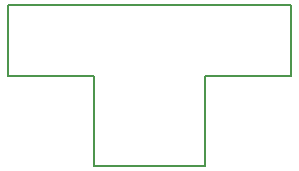
<source format=gbr>
G04 #@! TF.GenerationSoftware,KiCad,Pcbnew,(5.1.4)-1*
G04 #@! TF.CreationDate,2019-11-02T23:27:05-06:00*
G04 #@! TF.ProjectId,SensorsBoard,53656e73-6f72-4734-926f-6172642e6b69,rev?*
G04 #@! TF.SameCoordinates,Original*
G04 #@! TF.FileFunction,Profile,NP*
%FSLAX46Y46*%
G04 Gerber Fmt 4.6, Leading zero omitted, Abs format (unit mm)*
G04 Created by KiCad (PCBNEW (5.1.4)-1) date 2019-11-02 23:27:05*
%MOMM*%
%LPD*%
G04 APERTURE LIST*
%ADD10C,0.150000*%
G04 APERTURE END LIST*
D10*
X165887400Y-112115600D02*
X165887400Y-118160800D01*
X173126400Y-118160800D02*
X165887400Y-118160800D01*
X173126400Y-125780800D02*
X182524400Y-125780800D01*
X173126400Y-118160800D02*
X173126400Y-125780800D01*
X189839600Y-112115600D02*
X165887400Y-112115600D01*
X182524400Y-125780800D02*
X182524400Y-118160800D01*
X189839600Y-118160800D02*
X182524400Y-118160800D01*
X189839600Y-112115600D02*
X189839600Y-118160800D01*
M02*

</source>
